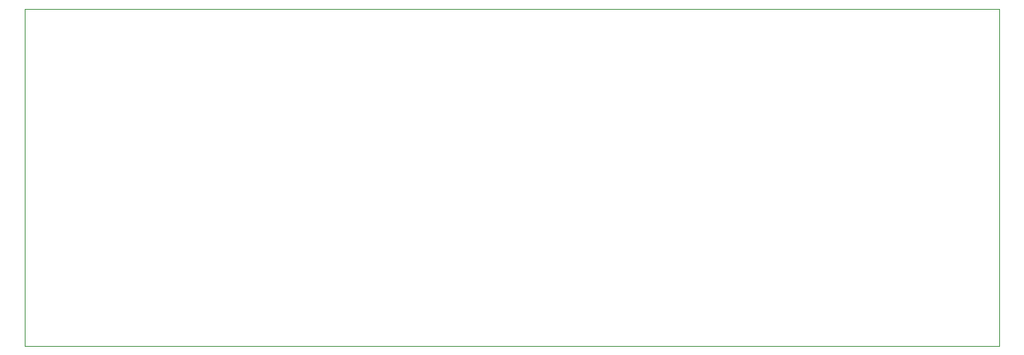
<source format=gbr>
%TF.GenerationSoftware,KiCad,Pcbnew,7.0.11+1*%
%TF.CreationDate,2024-05-02T20:53:07+02:00*%
%TF.ProjectId,Thor_20_backplane,54686f72-5f32-4305-9f62-61636b706c61,0.1*%
%TF.SameCoordinates,Original*%
%TF.FileFunction,Profile,NP*%
%FSLAX46Y46*%
G04 Gerber Fmt 4.6, Leading zero omitted, Abs format (unit mm)*
G04 Created by KiCad (PCBNEW 7.0.11+1) date 2024-05-02 20:53:07*
%MOMM*%
%LPD*%
G01*
G04 APERTURE LIST*
%TA.AperFunction,Profile*%
%ADD10C,0.100000*%
%TD*%
G04 APERTURE END LIST*
D10*
X132810000Y-53467000D02*
X242792000Y-53467000D01*
X242792000Y-91567000D01*
X132810000Y-91567000D01*
X132810000Y-53467000D01*
M02*

</source>
